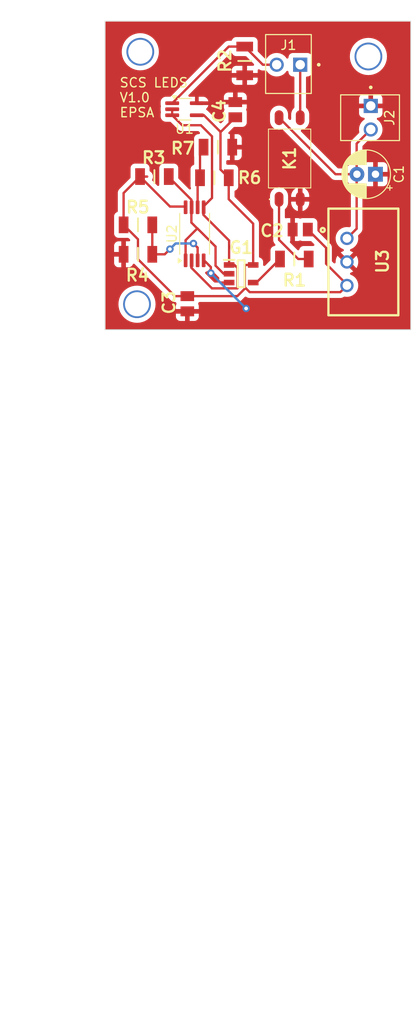
<source format=kicad_pcb>
(kicad_pcb (version 20240108) (generator "pcbnew") (generator_version "8.0")
  (layers (0 "F.Cu" signal) (31 "B.Cu" signal) (34 "B.Paste" user) (35 "F.Paste" user) (36 "B.SilkS" user "B.Silkscreen") (37 "F.SilkS" user "F.Silkscreen") (38 "B.Mask" user) (39 "F.Mask" user) (44 "Edge.Cuts" user))
  (net 0 "")
  (net 1 "+5V")
  (net 2 "/LED_On")
  (net 3 "GND")
  (net 4 "Net-(G1-Y)")
  (net 5 "+12V")
  (net 6 "/SCS_Failure")
  (net 7 "/Raw_LED_On")
  (net 8 "/LED_Power")
  (net 9 "Net-(K1-+_CONTROL)")
  (net 10 "/0.75V")
  (net 11 "/4.25V")
  (footprint "Package_SO:TSSOP-8_4.4x3mm_P0.65mm" (layer "F.Cu") (at 77.495 70.9426 90)
    (property "Reference" "U2" (at 0 -2.45 -90) (layer "F.SilkS"))
    (property "Value" "Opamp_Dual")
    (fp_line (start 0 -1.61) (end 2.2 -1.61) (stroke (width 0.12)) (layer "F.SilkS"))
    (fp_line (start 0 -1.61) (end -2.2 -1.61) (stroke (width 0.12)) (layer "F.SilkS"))
    (fp_line (start 0 1.61) (end 2.2 1.61) (stroke (width 0.12)) (layer "F.SilkS"))
    (fp_line (start 0 1.61) (end -2.2 1.61) (stroke (width 0.12)) (layer "F.SilkS"))
    (fp_poly (pts (xy -2.9 -1.435) (xy -3.14 -1.765) (xy -2.66 -1.765) (xy -2.9 -1.435)) (stroke (width 0.12)) (fill solid) (layer "F.SilkS"))
    (pad "1" smd roundrect (at -2.8625 -0.975 90) (size 1.475 0.4) (layers "F.Cu" "F.Paste" "F.Mask") (net 6 "/SCS_Failure"))
    (pad "2" smd roundrect (at -2.8625 -0.325 90) (size 1.475 0.4) (layers "F.Cu" "F.Paste" "F.Mask") (net 2 "/LED_On"))
    (pad "3" smd roundrect (at -2.8625 0.325 90) (size 1.475 0.4) (layers "F.Cu" "F.Paste" "F.Mask") (net 10 "/0.75V"))
    (pad "4" smd roundrect (at -2.8625 0.975 90) (size 1.475 0.4) (layers "F.Cu" "F.Paste" "F.Mask") (net 3 "GND"))
    (pad "5" smd roundrect (at 2.8625 0.975 90) (size 1.475 0.4) (layers "F.Cu" "F.Paste" "F.Mask") (net 2 "/LED_On"))
    (pad "6" smd roundrect (at 2.8625 0.325 90) (size 1.475 0.4) (layers "F.Cu" "F.Paste" "F.Mask") (net 11 "/4.25V"))
    (pad "7" smd roundrect (at 2.8625 -0.325 90) (size 1.475 0.4) (layers "F.Cu" "F.Paste" "F.Mask") (net 6 "/SCS_Failure"))
    (pad "8" smd roundrect (at 2.8625 -0.975 90) (size 1.475 0.4) (layers "F.Cu" "F.Paste" "F.Mask") (net 1 "+5V"))
  )
  (footprint "EPSA_lib:RESC3216X70N" (layer "F.Cu") (at 88.265 73.66 180)
    (property "Reference" "R1" (at -0.011901 -2.286 180) (layer "F.SilkS") (effects (font (size 1.27 1.27) (thickness 0.254))))
    (property "Value" "2k2" (hide yes))
    (fp_line (start 0 -0.7) (end 0 0.7) (stroke (width 0.2)) (layer "F.SilkS"))
    (pad "1" smd rect (at -1.55 0 180) (size 1.05 1.8) (layers "F.Cu" "F.Paste" "F.Mask") (net 9 "Net-(K1-+_CONTROL)"))
    (pad "2" smd rect (at 1.55 0 180) (size 1.05 1.8) (layers "F.Cu" "F.Paste" "F.Mask") (net 4 "Net-(G1-Y)"))
  )
  (footprint "Capacitor_THT:CP_Radial_D5.0mm_P2.00mm" (layer "F.Cu") (at 97.028 64.516 180)
    (property "Reference" "C1" (at -2.54 0 -90) (layer "F.SilkS"))
    (property "Value" "C")
    (fp_line (start 3.601 -0.284) (end 3.601 0.284) (stroke (width 0.12)) (layer "F.SilkS"))
    (fp_line (start 3.561 -0.518) (end 3.561 0.518) (stroke (width 0.12)) (layer "F.SilkS"))
    (fp_line (start 3.521 -0.677) (end 3.521 0.677) (stroke (width 0.12)) (layer "F.SilkS"))
    (fp_line (start 3.481 -0.805) (end 3.481 0.805) (stroke (width 0.12)) (layer "F.SilkS"))
    (fp_line (start 3.441 -0.915) (end 3.441 0.915) (stroke (width 0.12)) (layer "F.SilkS"))
    (fp_line (start 3.401 -1.011) (end 3.401 1.011) (stroke (width 0.12)) (layer "F.SilkS"))
    (fp_line (start 3.361 -1.098) (end 3.361 1.098) (stroke (width 0.12)) (layer "F.SilkS"))
    (fp_line (start 3.321 -1.178) (end 3.321 1.178) (stroke (width 0.12)) (layer "F.SilkS"))
    (fp_line (start 3.281 -1.251) (end 3.281 1.251) (stroke (width 0.12)) (layer "F.SilkS"))
    (fp_line (start 3.241 -1.319) (end 3.241 1.319) (stroke (width 0.12)) (layer "F.SilkS"))
    (fp_line (start 3.201 -1.383) (end 3.201 1.383) (stroke (width 0.12)) (layer "F.SilkS"))
    (fp_line (start 3.161 -1.443) (end 3.161 1.443) (stroke (width 0.12)) (layer "F.SilkS"))
    (fp_line (start 3.121 -1.5) (end 3.121 1.5) (stroke (width 0.12)) (layer "F.SilkS"))
    (fp_line (start 3.081 -1.554) (end 3.081 1.554) (stroke (width 0.12)) (layer "F.SilkS"))
    (fp_line (start 3.041 -1.605) (end 3.041 1.605) (stroke (width 0.12)) (layer "F.SilkS"))
    (fp_line (start 3.001 1.04) (end 3.001 1.653) (stroke (width 0.12)) (layer "F.SilkS"))
    (fp_line (start 3.001 -1.653) (end 3.001 -1.04) (stroke (width 0.12)) (layer "F.SilkS"))
    (fp_line (start 2.961 1.04) (end 2.961 1.699) (stroke (width 0.12)) (layer "F.SilkS"))
    (fp_line (start 2.961 -1.699) (end 2.961 -1.04) (stroke (width 0.12)) (layer "F.SilkS"))
    (fp_line (start 2.921 1.04) (end 2.921 1.743) (stroke (width 0.12)) (layer "F.SilkS"))
    (fp_line (start 2.921 -1.743) (end 2.921 -1.04) (stroke (width 0.12)) (layer "F.SilkS"))
    (fp_line (start 2.881 1.04) (end 2.881 1.785) (stroke (width 0.12)) (layer "F.SilkS"))
    (fp_line (start 2.881 -1.785) (end 2.881 -1.04) (stroke (width 0.12)) (layer "F.SilkS"))
    (fp_line (start 2.841 1.04) (end 2.841 1.826) (stroke (width 0.12)) (layer "F.SilkS"))
    (fp_line (start 2.841 -1.826) (end 2.841 -1.04) (stroke (width 0.12)) (layer "F.SilkS"))
    (fp_line (start 2.801 1.04) (end 2.801 1.864) (stroke (width 0.12)) (layer "F.SilkS"))
    (fp_line (start 2.801 -1.864) (end 2.801 -1.04) (stroke (width 0.12)) (layer "F.SilkS"))
    (fp_line (start 2.761 1.04) (end 2.761 1.901) (stroke (width 0.12)) (layer "F.SilkS"))
    (fp_line (start 2.761 -1.901) (end 2.761 -1.04) (stroke (width 0.12)) (layer "F.SilkS"))
    (fp_line (start 2.721 1.04) (end 2.721 1.937) (stroke (width 0.12)) (layer "F.SilkS"))
    (fp_line (start 2.721 -1.937) (end 2.721 -1.04) (stroke (width 0.12)) (layer "F.SilkS"))
    (fp_line (start 2.681 1.04) (end 2.681 1.971) (stroke (width 0.12)) (layer "F.SilkS"))
    (fp_line (start 2.681 -1.971) (end 2.681 -1.04) (stroke (width 0.12)) (layer "F.SilkS"))
    (fp_line (start 2.641 1.04) (end 2.641 2.004) (stroke (width 0.12)) (layer "F.SilkS"))
    (fp_line (start 2.641 -2.004) (end 2.641 -1.04) (stroke (width 0.12)) (layer "F.SilkS"))
    (fp_line (start 2.601 1.04) (end 2.601 2.035) (stroke (width 0.12)) (layer "F.SilkS"))
    (fp_line (start 2.601 -2.035) (end 2.601 -1.04) (stroke (width 0.12)) (layer "F.SilkS"))
    (fp_line (start 2.561 1.04) (end 2.561 2.065) (stroke (width 0.12)) (layer "F.SilkS"))
    (fp_line (start 2.561 -2.065) (end 2.561 -1.04) (stroke (width 0.12)) (layer "F.SilkS"))
    (fp_line (start 2.521 1.04) (end 2.521 2.095) (stroke (width 0.12)) (layer "F.SilkS"))
    (fp_line (start 2.521 -2.095) (end 2.521 -1.04) (stroke (width 0.12)) (layer "F.SilkS"))
    (fp_line (start 2.481 1.04) (end 2.481 2.122) (stroke (width 0.12)) (layer "F.SilkS"))
    (fp_line (start 2.481 -2.122) (end 2.481 -1.04) (stroke (width 0.12)) (layer "F.SilkS"))
    (fp_line (start 2.441 1.04) (end 2.441 2.149) (stroke (width 0.12)) (layer "F.SilkS"))
    (fp_line (start 2.441 -2.149) (end 2.441 -1.04) (stroke (width 0.12)) (layer "F.SilkS"))
    (fp_line (start 2.401 1.04) (end 2.401 2.175) (stroke (width 0.12)) (layer "F.SilkS"))
    (fp_line (start 2.401 -2.175) (end 2.401 -1.04) (stroke (width 0.12)) (layer "F.SilkS"))
    (fp_line (start 2.361 1.04) (end 2.361 2.2) (stroke (width 0.12)) (layer "F.SilkS"))
    (fp_line (start 2.361 -2.2) (end 2.361 -1.04) (stroke (width 0.12)) (layer "F.SilkS"))
    (fp_line (start 2.321 1.04) (end 2.321 2.224) (stroke (width 0.12)) (layer "F.SilkS"))
    (fp_line (start 2.321 -2.224) (end 2.321 -1.04) (stroke (width 0.12)) (layer "F.SilkS"))
    (fp_line (start 2.281 1.04) (end 2.281 2.247) (stroke (width 0.12)) (layer "F.SilkS"))
    (fp_line (start 2.281 -2.247) (end 2.281 -1.04) (stroke (width 0.12)) (layer "F.SilkS"))
    (fp_line (start 2.241 1.04) (end 2.241 2.268) (stroke (width 0.12)) (layer "F.SilkS"))
    (fp_line (start 2.241 -2.268) (end 2.241 -1.04) (stroke (width 0.12)) (layer "F.SilkS"))
    (fp_line (start 2.201 1.04) (end 2.201 2.29) (stroke (width 0.12)) (layer "F.SilkS"))
    (fp_line (start 2.201 -2.29) (end 2.201 -1.04) (stroke (width 0.12)) (layer "F.SilkS"))
    (fp_line (start 2.161 1.04) (end 2.161 2.31) (stroke (width 0.12)) (layer "F.SilkS"))
    (fp_line (start 2.161 -2.31) (end 2.161 -1.04) (stroke (width 0.12)) (layer "F.SilkS"))
    (fp_line (start 2.121 1.04) (end 2.121 2.329) (stroke (width 0.12)) (layer "F.SilkS"))
    (fp_line (start 2.121 -2.329) (end 2.121 -1.04) (stroke (width 0.12)) (layer "F.SilkS"))
    (fp_line (start 2.081 1.04) (end 2.081 2.348) (stroke (width 0.12)) (layer "F.SilkS"))
    (fp_line (start 2.081 -2.348) (end 2.081 -1.04) (stroke (width 0.12)) (layer "F.SilkS"))
    (fp_line (start 2.041 1.04) (end 2.041 2.365) (stroke (width 0.12)) (layer "F.SilkS"))
    (fp_line (start 2.041 -2.365) (end 2.041 -1.04) (stroke (width 0.12)) (layer "F.SilkS"))
    (fp_line (start 2.001 1.04) (end 2.001 2.382) (stroke (width 0.12)) (layer "F.SilkS"))
    (fp_line (start 2.001 -2.382) (end 2.001 -1.04) (stroke (width 0.12)) (layer "F.SilkS"))
    (fp_line (start 1.961 1.04) (end 1.961 2.398) (stroke (width 0.12)) (layer "F.SilkS"))
    (fp_line (start 1.961 -2.398) (end 1.961 -1.04) (stroke (width 0.12)) (layer "F.SilkS"))
    (fp_line (start 1.921 1.04) (end 1.921 2.414) (stroke (width 0.12)) (layer "F.SilkS"))
    (fp_line (start 1.921 -2.414) (end 1.921 -1.04) (stroke (width 0.12)) (layer "F.SilkS"))
    (fp_line (start 1.881 1.04) (end 1.881 2.428) (stroke (width 0.12)) (layer "F.SilkS"))
    (fp_line (start 1.881 -2.428) (end 1.881 -1.04) (stroke (width 0.12)) (layer "F.SilkS"))
    (fp_line (start 1.841 1.04) (end 1.841 2.442) (stroke (width 0.12)) (layer "F.SilkS"))
    (fp_line (start 1.841 -2.442) (end 1.841 -1.04) (stroke (width 0.12)) (layer "F.SilkS"))
    (fp_line (start 1.801 1.04) (end 1.801 2.455) (stroke (width 0.12)) (layer "F.SilkS"))
    (fp_line (start 1.801 -2.455) (end 1.801 -1.04) (stroke (width 0.12)) (layer "F.SilkS"))
    (fp_line (start 1.761 1.04) (end 1.761 2.468) (stroke (width 0.12)) (layer "F.SilkS"))
    (fp_line (start 1.761 -2.468) (end 1.761 -1.04) (stroke (width 0.12)) (layer "F.SilkS"))
    (fp_line (start 1.721 1.04) (end 1.721 2.48) (stroke (width 0.12)) (layer "F.SilkS"))
    (fp_line (start 1.721 -2.48) (end 1.721 -1.04) (stroke (width 0.12)) (layer "F.SilkS"))
    (fp_line (start 1.68 1.04) (end 1.68 2.491) (stroke (width 0.12)) (layer "F.SilkS"))
    (fp_line (start 1.68 -2.491) (end 1.68 -1.04) (stroke (width 0.12)) (layer "F.SilkS"))
    (fp_line (start 1.64 1.04) (end 1.64 2.501) (stroke (width 0.12)) (layer "F.SilkS"))
    (fp_line (start 1.64 -2.501) (end 1.64 -1.04) (stroke (width 0.12)) (layer "F.SilkS"))
    (fp_line (start 1.6 1.04) (end 1.6 2.511) (stroke (width 0.12)) (layer "F.SilkS"))
    (fp_line (start 1.6 -2.511) (end 1.6 -1.04) (stroke (width 0.12)) (layer "F.SilkS"))
    (fp_line (start 1.56 1.04) (end 1.56 2.52) (stroke (width 0.12)) (layer "F.SilkS"))
    (fp_line (start 1.56 -2.52) (end 1.56 -1.04) (stroke (width 0.12)) (layer "F.SilkS"))
    (fp_line (start 1.52 1.04) (end 1.52 2.528) (stroke (width 0.12)) (layer "F.SilkS"))
    (fp_line (start 1.52 -2.528) (end 1.52 -1.04) (stroke (width 0.12)) (layer "F.SilkS"))
    (fp_line (start 1.48 1.04) (end 1.48 2.536) (stroke (width 0.12)) (layer "F.SilkS"))
    (fp_line (start 1.48 -2.536) (end 1.48 -1.04) (stroke (width 0.12)) (layer "F.SilkS"))
    (fp_line (start 1.44 1.04) (end 1.44 2.543) (stroke (width 0.12)) (layer "F.SilkS"))
    (fp_line (start 1.44 -2.543) (end 1.44 -1.04) (stroke (width 0.12)) (layer "F.SilkS"))
    (fp_line (start 1.4 1.04) (end 1.4 2.55) (stroke (width 0.12)) (layer "F.SilkS"))
    (fp_line (start 1.4 -2.55) (end 1.4 -1.04) (stroke (width 0.12)) (layer "F.SilkS"))
    (fp_line (start 1.36 1.04) (end 1.36 2.556) (stroke (width 0.12)) (layer "F.SilkS"))
    (fp_line (start 1.36 -2.556) (end 1.36 -1.04) (stroke (width 0.12)) (layer "F.SilkS"))
    (fp_line (start 1.32 1.04) (end 1.32 2.561) (stroke (width 0.12)) (layer "F.SilkS"))
    (fp_line (start 1.32 -2.561) (end 1.32 -1.04) (stroke (width 0.12)) (layer "F.SilkS"))
    (fp_line (start 1.28 1.04) (end 1.28 2.565) (stroke (width 0.12)) (layer "F.SilkS"))
    (fp_line (start 1.28 -2.565) (end 1.28 -1.04) (stroke (width 0.12)) (layer "F.SilkS"))
    (fp_line (start 1.24 1.04) (end 1.24 2.569) (stroke (width 0.12)) (layer "F.SilkS"))
    (fp_line (start 1.24 -2.569) (end 1.24 -1.04) (stroke (width 0.12)) (layer "F.SilkS"))
    (fp_line (start 1.2 1.04) (end 1.2 2.573) (stroke (width 0.12)) (layer "F.SilkS"))
    (fp_line (start 1.2 -2.573) (end 1.2 -1.04) (stroke (width 0.12)) (layer "F.SilkS"))
    (fp_line (start 1.16 1.04) (end 1.16 2.576) (stroke (width 0.12)) (layer "F.SilkS"))
    (fp_line (start 1.16 -2.576) (end 1.16 -1.04) (stroke (width 0.12)) (layer "F.SilkS"))
    (fp_line (start 1.12 1.04) (end 1.12 2.578) (stroke (width 0.12)) (layer "F.SilkS"))
    (fp_line (start 1.12 -2.578) (end 1.12 -1.04) (stroke (width 0.12)) (layer "F.SilkS"))
    (fp_line (start 1.08 1.04) (end 1.08 2.579) (stroke (width 0.12)) (layer "F.SilkS"))
    (fp_line (start 1.08 -2.579) (end 1.08 -1.04) (stroke (width 0.12)) (layer "F.SilkS"))
    (fp_line (start 1.04 1.04) (end 1.04 2.58) (stroke (width 0.12)) (layer "F.SilkS"))
    (fp_line (start 1.04 -2.58) (end 1.04 -1.04) (stroke (width 0.12)) (layer "F.SilkS"))
    (fp_line (start 1 1.04) (end 1 2.58) (stroke (width 0.12)) (layer "F.SilkS"))
    (fp_line (start 1 -2.58) (end 1 -1.04) (stroke (width 0.12)) (layer "F.SilkS"))
    (fp_line (start -1.554775 -1.725) (end -1.554775 -1.225) (stroke (width 0.12)) (layer "F.SilkS"))
    (fp_line (start -1.804775 -1.475) (end -1.304775 -1.475) (stroke (width 0.12)) (layer "F.SilkS"))
    (fp_circle (center 1 0) (end 3.62 0) (stroke (width 0.12)) (fill none) (layer "F.SilkS"))
    (pad "1" thru_hole rect (at 0 0 180) (size 1.6 1.6) (drill 0.8) (layers "*.Cu" "*.Mask") (net 3 "GND"))
    (pad "2" thru_hole circle (at 2 0 180) (size 1.6 1.6) (drill 0.8) (layers "*.Cu" "*.Mask") (net 5 "+12V"))
  )
  (footprint "EPSA_lib:RESC3216X70N" (layer "F.Cu") (at 73.152 64.77)
    (property "Reference" "R3" (at -0.0762 -2.032 0) (layer "F.SilkS") (effects (font (size 1.27 1.27) (thickness 0.254))))
    (property "Value" "10k" (hide yes))
    (fp_line (start 0 -0.7) (end 0 0.7) (stroke (width 0.2)) (layer "F.SilkS"))
    (pad "1" smd rect (at -1.55 0) (size 1.05 1.8) (layers "F.Cu" "F.Paste" "F.Mask") (net 1 "+5V"))
    (pad "2" smd rect (at 1.55 0) (size 1.05 1.8) (layers "F.Cu" "F.Paste" "F.Mask") (net 6 "/SCS_Failure"))
  )
  (footprint "EPSA_lib:CPC1394GR" (layer "F.Cu") (at 87.757 62.82)
    (property "Reference" "K1" (at 0 0 90) (layer "F.SilkS") (effects (font (size 1.27 1.27) (thickness 0.254))))
    (property "Value" "SSR CPC1394GR" (hide yes))
    (fp_line (start -2.286 -3.175) (end 2.286 -3.175) (stroke (width 0.1)) (layer "F.SilkS"))
    (fp_line (start -2.286 3.175) (end -2.286 -3.175) (stroke (width 0.1)) (layer "F.SilkS"))
    (fp_line (start -2.2 4.4) (end -2.2 4.4) (stroke (width 0.1)) (layer "F.SilkS"))
    (fp_line (start -2.1 4.4) (end -2.1 4.4) (stroke (width 0.1)) (layer "F.SilkS"))
    (fp_line (start 2.286 -3.175) (end 2.286 3.175) (stroke (width 0.1)) (layer "F.SilkS"))
    (fp_line (start 2.286 3.175) (end -2.286 3.175) (stroke (width 0.1)) (layer "F.SilkS"))
    (fp_arc (start -2.2 4.4) (mid -2.15 4.35) (end -2.1 4.4) (stroke (width 0.1)) (layer "F.SilkS"))
    (fp_arc (start -2.1 4.4) (mid -2.15 4.45) (end -2.2 4.4) (stroke (width 0.1)) (layer "F.SilkS"))
    (pad "1" smd oval (at -1.143 4.4) (size 0.95 1.6) (layers "F.Cu" "F.Paste" "F.Mask") (net 9 "Net-(K1-+_CONTROL)"))
    (pad "2" smd oval (at 1.143 4.4) (size 0.95 1.6) (layers "F.Cu" "F.Paste" "F.Mask") (net 3 "GND"))
    (pad "3" smd oval (at 1.143 -4.4) (size 0.95 1.6) (layers "F.Cu" "F.Paste" "F.Mask") (net 8 "/LED_Power"))
    (pad "4" smd oval (at -1.143 -4.4) (size 0.95 1.6) (layers "F.Cu" "F.Paste" "F.Mask") (net 5 "+12V"))
  )
  (footprint "EPSA_lib:SOT95P280X145-5N" (layer "F.Cu") (at 82.52 75.25)
    (property "Reference" "G1" (at 0 -2.821039 0) (layer "F.SilkS") (effects (font (size 1.27 1.27) (thickness 0.254))))
    (property "Value" "Gate OR SN74AHCT1G32DBVR" (hide yes))
    (fp_line (start -1.875 -1.5) (end -0.725 -1.5) (stroke (width 0.2)) (layer "F.SilkS"))
    (fp_line (start -0.375 -1.45) (end 0.375 -1.45) (stroke (width 0.2)) (layer "F.SilkS"))
    (fp_line (start -0.375 1.45) (end -0.375 -1.45) (stroke (width 0.2)) (layer "F.SilkS"))
    (fp_line (start 0.375 -1.45) (end 0.375 1.45) (stroke (width 0.2)) (layer "F.SilkS"))
    (fp_line (start 0.375 1.45) (end -0.375 1.45) (stroke (width 0.2)) (layer "F.SilkS"))
    (pad "1" smd rect (at -1.3 -0.95 90) (size 0.6 1.15) (layers "F.Cu" "F.Paste" "F.Mask") (net 2 "/LED_On"))
    (pad "2" smd rect (at -1.3 0 90) (size 0.6 1.15) (layers "F.Cu" "F.Paste" "F.Mask") (net 6 "/SCS_Failure"))
    (pad "3" smd rect (at -1.3 0.95 90) (size 0.6 1.15) (layers "F.Cu" "F.Paste" "F.Mask") (net 3 "GND"))
    (pad "4" smd rect (at 1.3 0.95 90) (size 0.6 1.15) (layers "F.Cu" "F.Paste" "F.Mask") (net 4 "Net-(G1-Y)"))
    (pad "5" smd rect (at 1.3 -0.95 90) (size 0.6 1.15) (layers "F.Cu" "F.Paste" "F.Mask") (net 1 "+5V"))
  )
  (footprint "EPSA_lib:MOLEX_22-11-2022" (layer "F.Cu") (at 88.9 52.705 180)
    (property "Reference" "J1" (at 1.27 2.1082 0) (layer "F.SilkS"))
    (property "Value" "2P Droit 2-11-2022" (hide yes))
    (fp_line (start 3.735 3.25) (end -1.195 3.25) (stroke (width 0.127)) (layer "F.SilkS"))
    (fp_line (start 3.735 -3.1) (end 3.735 3.25) (stroke (width 0.127)) (layer "F.SilkS"))
    (fp_line (start -1.195 3.25) (end -1.195 -3.1) (stroke (width 0.127)) (layer "F.SilkS"))
    (fp_line (start -1.195 -3.1) (end 3.735 -3.1) (stroke (width 0.127)) (layer "F.SilkS"))
    (fp_circle (center -2 0) (end -1.9 0) (stroke (width 0.2)) (fill none) (layer "F.SilkS"))
    (pad "1" thru_hole rect (at 0 0 180) (size 1.53 1.53) (drill 1.02) (layers "*.Cu" "*.Mask") (net 8 "/LED_Power"))
    (pad "2" thru_hole circle (at 2.54 0 180) (size 1.53 1.53) (drill 1.02) (layers "*.Cu" "*.Mask") (net 7 "/Raw_LED_On"))
  )
  (footprint "EPSA_lib:CAPC2012X130N" (layer "F.Cu") (at 81.8896 57.5564 -90)
    (property "Reference" "C4" (at 0.1524 1.7272 90) (layer "F.SilkS") (effects (font (size 1.27 1.27) (thickness 0.254))))
    (property "Value" "10n" (hide yes))
    (pad "1" smd rect (at -0.82 0 270) (size 1.07 1.47) (layers "F.Cu" "F.Paste" "F.Mask") (net 3 "GND"))
    (pad "2" smd rect (at 0.82 0 270) (size 1.07 1.47) (layers "F.Cu" "F.Paste" "F.Mask") (net 1 "+5V"))
  )
  (footprint "EPSA_lib:RESC3216X70N" (layer "F.Cu") (at 71.374 73.152)
    (property "Reference" "R5" (at -0.011901 -5.08 0) (layer "F.SilkS") (effects (font (size 1.27 1.27) (thickness 0.254))))
    (property "Value" "12k" (hide yes))
    (fp_line (start 0 -0.7) (end 0 0.7) (stroke (width 0.2)) (layer "F.SilkS"))
    (pad "1" smd rect (at -1.55 0) (size 1.05 1.8) (layers "F.Cu" "F.Paste" "F.Mask") (net 3 "GND"))
    (pad "2" smd rect (at 1.55 0) (size 1.05 1.8) (layers "F.Cu" "F.Paste" "F.Mask") (net 10 "/0.75V"))
  )
  (footprint "" (layer "F.Cu") (at 71.628 51.308)
    (property "Reference" "" (at 0 0 0) (layer "F.SilkS") (effects (font (size 1.27 1.27))))
    (property "Value" "")
    (pad "1" thru_hole circle (at 0 0) (size 3 3) (drill 2.6) (layers "*.Cu" "*.Mask"))
  )
  (footprint "" (layer "F.Cu") (at 96.266 51.816)
    (property "Reference" "" (at 0 0 0) (layer "F.SilkS") (effects (font (size 1.27 1.27))))
    (property "Value" "")
    (pad "1" thru_hole circle (at 0 0) (size 3 3) (drill 2.6) (layers "*.Cu" "*.Mask"))
  )
  (footprint "EPSA_lib:RESC3216X70N" (layer "F.Cu") (at 71.374 69.977 180)
    (property "Reference" "R4" (at 0.0508 -5.4356 180) (layer "F.SilkS") (effects (font (size 1.27 1.27) (thickness 0.254))))
    (property "Value" "82k" (hide yes))
    (fp_line (start 0 -0.7) (end 0 0.7) (stroke (width 0.2)) (layer "F.SilkS"))
    (pad "1" smd rect (at -1.55 0 180) (size 1.05 1.8) (layers "F.Cu" "F.Paste" "F.Mask") (net 10 "/0.75V"))
    (pad "2" smd rect (at 1.55 0 180) (size 1.05 1.8) (layers "F.Cu" "F.Paste" "F.Mask") (net 1 "+5V"))
  )
  (footprint "EPSA_lib:CAPC2012X130N" (layer "F.Cu") (at 76.708 78.486 90)
    (property "Reference" "C3" (at 0.127 -1.9812 -90) (layer "F.SilkS") (effects (font (size 1.27 1.27) (thickness 0.254))))
    (property "Value" "10n" (hide yes))
    (pad "1" smd rect (at -0.82 0 90) (size 1.07 1.47) (layers "F.Cu" "F.Paste" "F.Mask") (net 3 "GND"))
    (pad "2" smd rect (at 0.82 0 90) (size 1.07 1.47) (layers "F.Cu" "F.Paste" "F.Mask") (net 1 "+5V"))
  )
  (footprint "EPSA_lib:RESC3216X70N" (layer "F.Cu") (at 80.01 61.595 180)
    (property "Reference" "R7" (at 3.81 -0.127 180) (layer "F.SilkS") (effects (font (size 1.27 1.27) (thickness 0.254))))
    (property "Value" "82k" (hide yes))
    (fp_line (start 0 -0.7) (end 0 0.7) (stroke (width 0.2)) (layer "F.SilkS"))
    (pad "1" smd rect (at -1.55 0 180) (size 1.05 1.8) (layers "F.Cu" "F.Paste" "F.Mask") (net 3 "GND"))
    (pad "2" smd rect (at 1.55 0 180) (size 1.05 1.8) (layers "F.Cu" "F.Paste" "F.Mask") (net 11 "/4.25V"))
  )
  (footprint "EPSA_lib:CAPC2012X130N" (layer "F.Cu") (at 88.9 70.485)
    (property "Reference" "C2" (at -3.048 0.127 0) (layer "F.SilkS") (effects (font (size 1.27 1.27) (thickness 0.254))))
    (property "Value" "10n" (hide yes))
    (pad "1" smd rect (at -0.82 0) (size 1.07 1.47) (layers "F.Cu" "F.Paste" "F.Mask") (net 3 "GND"))
    (pad "2" smd rect (at 0.82 0) (size 1.07 1.47) (layers "F.Cu" "F.Paste" "F.Mask") (net 1 "+5V"))
  )
  (footprint "EPSA_lib:MOLEX_22-11-2022" (layer "F.Cu") (at 96.52 57.15 -90)
    (property "Reference" "J2" (at 1.27 -2.032 90) (layer "F.SilkS"))
    (property "Value" "2P Droit 2-11-2022" (hide yes))
    (fp_line (start -1.195 3.25) (end -1.195 -3.1) (stroke (width 0.127)) (layer "F.SilkS"))
    (fp_line (start 3.735 3.25) (end -1.195 3.25) (stroke (width 0.127)) (layer "F.SilkS"))
    (fp_line (start -1.195 -3.1) (end 3.735 -3.1) (stroke (width 0.127)) (layer "F.SilkS"))
    (fp_line (start 3.735 -3.1) (end 3.735 3.25) (stroke (width 0.127)) (layer "F.SilkS"))
    (fp_circle (center -2 0) (end -1.9 0) (stroke (width 0.2)) (fill none) (layer "F.SilkS"))
    (pad "1" thru_hole rect (at 0 0 270) (size 1.53 1.53) (drill 1.02) (layers "*.Cu" "*.Mask") (net 3 "GND"))
    (pad "2" thru_hole circle (at 2.54 0 270) (size 1.53 1.53) (drill 1.02) (layers "*.Cu" "*.Mask") (net 5 "+12V"))
  )
  (footprint "EPSA_lib:RESC3216X70N" (layer "F.Cu") (at 82.9056 52.2986 -90)
    (property "Reference" "R2" (at -0.011901 2.1336 90) (layer "F.SilkS") (effects (font (size 1.27 1.27) (thickness 0.254))))
    (property "Value" "500k" (hide yes))
    (fp_line (start 0 -0.7) (end 0 0.7) (stroke (width 0.2)) (layer "F.SilkS"))
    (pad "1" smd rect (at -1.55 0 270) (size 1.05 1.8) (layers "F.Cu" "F.Paste" "F.Mask") (net 7 "/Raw_LED_On"))
    (pad "2" smd rect (at 1.55 0 270) (size 1.05 1.8) (layers "F.Cu" "F.Paste" "F.Mask") (net 3 "GND"))
  )
  (footprint "EPSA_lib:RESC3216X70N" (layer "F.Cu") (at 79.629 64.897)
    (property "Reference" "R6" (at 3.81 0 0) (layer "F.SilkS") (effects (font (size 1.27 1.27) (thickness 0.254))))
    (property "Value" "12k" (hide yes))
    (fp_line (start 0 -0.7) (end 0 0.7) (stroke (width 0.2)) (layer "F.SilkS"))
    (pad "1" smd rect (at -1.55 0) (size 1.05 1.8) (layers "F.Cu" "F.Paste" "F.Mask") (net 11 "/4.25V"))
    (pad "2" smd rect (at 1.55 0) (size 1.05 1.8) (layers "F.Cu" "F.Paste" "F.Mask") (net 1 "+5V"))
  )
  (footprint "EPSA_lib:TSR-0.5-2433" (layer "F.Cu") (at 91.948 68.2255 -90)
    (property "Reference" "U3" (at 5.6885 -5.842 90) (layer "F.SilkS") (effects (font (size 1.27 1.27) (thickness 0.254))))
    (property "Value" "Alim LP TSR_0.5-2450" (hide yes))
    (fp_line (start 0 0) (end 11.5 0) (stroke (width 0.254)) (layer "F.SilkS"))
    (fp_line (start 11.5 0) (end 11.5 -7.55) (stroke (width 0.254)) (layer "F.SilkS"))
    (fp_line (start 0 -7.55) (end 0 0) (stroke (width 0.254)) (layer "F.SilkS"))
    (fp_line (start 11.5 -7.55) (end 0 -7.55) (stroke (width 0.254)) (layer "F.SilkS"))
    (fp_circle (center 2.306 0.613) (end 2.306 0.702) (stroke (width 0.254)) (fill none) (layer "F.SilkS"))
    (pad "1" thru_hole circle (at 3.21 -2 270) (size 1.44 1.44) (drill 0.94) (layers "*.Cu" "*.Mask") (net 5 "+12V"))
    (pad "2" thru_hole circle (at 5.75 -2 270) (size 1.44 1.44) (drill 0.94) (layers "*.Cu" "*.Mask") (net 3 "GND"))
    (pad "3" thru_hole circle (at 8.29 -2 270) (size 1.44 1.44) (drill 0.94) (layers "*.Cu" "*.Mask") (net 1 "+5V"))
  )
  (footprint "" (layer "F.Cu") (at 71.2724 78.5368)
    (property "Reference" "" (at 0 0 0) (layer "F.SilkS") (effects (font (size 1.27 1.27))))
    (property "Value" "")
    (pad "1" thru_hole circle (at 0 0) (size 3 3) (drill 2.6) (layers "*.Cu" "*.Mask"))
  )
  (footprint "Package_TO_SOT_SMD:SOT-353_SC-70-5_Handsoldering" (layer "F.Cu") (at 76.4032 57.5056)
    (property "Reference" "U1" (at 0 2.1336 0) (layer "F.SilkS"))
    (property "Value" "~")
    (fp_line (start -0.71 -1.16) (end 0.7 -1.16) (stroke (width 0.12)) (layer "F.SilkS"))
    (fp_line (start -0.7 1.16) (end 0.7 1.16) (stroke (width 0.12)) (layer "F.SilkS"))
    (fp_poly (pts (xy -1.08 -1.11) (xy -1.32 -1.44) (xy -0.84 -1.44) (xy -1.08 -1.11)) (stroke (width 0.12)) (fill solid) (layer "F.SilkS"))
    (pad "1" smd roundrect (at -1.33 -0.65) (size 1.5 0.4) (layers "F.Cu" "F.Paste" "F.Mask") (net 7 "/Raw_LED_On"))
    (pad "2" smd roundrect (at -1.33 0) (size 1.5 0.4) (layers "F.Cu" "F.Paste" "F.Mask") (net 2 "/LED_On"))
    (pad "3" smd roundrect (at -1.33 0.65) (size 1.5 0.4) (layers "F.Cu" "F.Paste" "F.Mask") (net 2 "/LED_On"))
    (pad "4" smd roundrect (at 1.33 0.65) (size 1.5 0.4) (layers "F.Cu" "F.Paste" "F.Mask") (net 1 "+5V"))
    (pad "5" smd roundrect (at 1.33 -0.65) (size 1.5 0.4) (layers "F.Cu" "F.Paste" "F.Mask") (net 3 "GND"))
  )
  (gr_rect (start 67.818 48.006) (end 100.838 81.28) (stroke (width 0.1)) (fill none) (layer "Edge.Cuts"))
  (gr_text "SCS LEDS\nV1.0\nEPSA" (at 69.3166 58.4454 0) (layer "F.SilkS") (effects (font (size 1 1)) (justify left bottom)))
  (segment (start 78.501 58.1556) (end 80.29 59.9446) (width 0.25) (layer "F.Cu") (net 1))
  (segment (start 83.445799 77.235499) (end 93.228001 77.235499) (width 0.25) (layer "F.Cu") (net 1))
  (segment (start 71.374 73.677) (end 71.374 71.527) (width 0.25) (layer "F.Cu") (net 1))
  (segment (start 83.82 74.3) (end 83.3692 74.3) (width 0.25) (layer "F.Cu") (net 1))
  (segment (start 82.9183 76.708) (end 83.445799 77.235499) (width 0.25) (layer "F.Cu") (net 1))
  (segment (start 80.29 59.976) (end 81.8896 58.3764) (width 0.25) (layer "F.Cu") (net 1))
  (segment (start 74.8355 68.0035) (end 76.495 68.0035) (width 0.25) (layer "F.Cu") (net 1))
  (segment (start 71.374 71.527) (end 69.824 69.977) (width 0.25) (layer "F.Cu") (net 1))
  (segment (start 93.948 76.5155) (end 93.948 76.422) (width 0.25) (layer "F.Cu") (net 1))
  (segment (start 69.824 66.548) (end 71.602 64.77) (width 0.25) (layer "F.Cu") (net 1))
  (segment (start 82.9183 76.8544) (end 82.1067 77.666) (width 0.25) (layer "F.Cu") (net 1))
  (segment (start 83.82 69.85) (end 83.82 74.3) (width 0.25) (layer "F.Cu") (net 1))
  (segment (start 81.179 67.209) (end 83.82 69.85) (width 0.25) (layer "F.Cu") (net 1))
  (segment (start 81.179 64.897) (end 80.29 64.008) (width 0.25) (layer "F.Cu") (net 1))
  (segment (start 80.29 59.9446) (end 80.29 59.976) (width 0.25) (layer "F.Cu") (net 1))
  (segment (start 80.29 64.008) (end 80.29 59.976) (width 0.25) (layer "F.Cu") (net 1))
  (segment (start 83.3692 74.3) (end 82.9183 74.3) (width 0.25) (layer "F.Cu") (net 1))
  (segment (start 76.708 77.666) (end 75.363 77.666) (width 0.25) (layer "F.Cu") (net 1))
  (segment (start 71.602 64.77) (end 74.8355 68.0035) (width 0.25) (layer "F.Cu") (net 1))
  (segment (start 93.228001 77.235499) (end 93.948 76.5155) (width 0.25) (layer "F.Cu") (net 1))
  (segment (start 82.1067 77.666) (end 76.708 77.666) (width 0.25) (layer "F.Cu") (net 1))
  (segment (start 82.9183 76.708) (end 82.9183 74.3) (width 0.25) (layer "F.Cu") (net 1))
  (segment (start 81.179 64.897) (end 81.179 67.209) (width 0.25) (layer "F.Cu") (net 1))
  (segment (start 75.363 77.666) (end 71.374 73.677) (width 0.25) (layer "F.Cu") (net 1))
  (segment (start 91.694 74.168) (end 91.694 72.459) (width 0.25) (layer "F.Cu") (net 1))
  (segment (start 69.824 69.977) (end 69.824 66.548) (width 0.25) (layer "F.Cu") (net 1))
  (segment (start 93.948 76.422) (end 91.694 74.168) (width 0.25) (layer "F.Cu") (net 1))
  (segment (start 91.694 72.459) (end 89.72 70.485) (width 0.25) (layer "F.Cu") (net 1))
  (segment (start 77.7332 58.1556) (end 78.501 58.1556) (width 0.25) (layer "F.Cu") (net 1))
  (segment (start 82.9183 76.8544) (end 82.9183 76.708) (width 0.25) (layer "F.Cu") (net 1))
  (segment (start 71.602 64.77) (end 72.3725 64.77) (width 0.25) (layer "F.Cu") (net 1))
  (segment (start 78.445 68.8925) (end 81.22 71.6675) (width 0.25) (layer "F.Cu") (net 2))
  (segment (start 79.365 76.825) (end 77.145 74.605) (width 0.25) (layer "F.Cu") (net 2))
  (segment (start 75.0732 57.5056) (end 75.0732 58.1556) (width 0.25) (layer "F.Cu") (net 2))
  (segment (start 75.0732 58.1556) (end 76.1504 59.2328) (width 0.25) (layer "F.Cu") (net 2))
  (segment (start 79.375 67.0735) (end 78.445 68.0035) (width 0.25) (layer "F.Cu") (net 2))
  (segment (start 82.12 74.625) (end 82.12 76.825) (width 0.25) (layer "F.Cu") (net 2))
  (segment (start 76.1504 59.2328) (end 78.1728 59.2328) (width 0.25) (layer "F.Cu") (net 2))
  (segment (start 77.145 74.605) (end 77.145 73.7285) (width 0.25) (layer "F.Cu") (net 2))
  (segment (start 81.22 74.3) (end 81.795 74.3) (width 0.25) (layer "F.Cu") (net 2))
  (segment (start 82.12 76.825) (end 79.365 76.825) (width 0.25) (layer "F.Cu") (net 2))
  (segment (start 78.445 68.0035) (end 78.445 68.8925) (width 0.25) (layer "F.Cu") (net 2))
  (segment (start 78.1728 59.2328) (end 79.375 60.435) (width 0.25) (layer "F.Cu") (net 2))
  (segment (start 81.795 74.3) (end 82.12 74.625) (width 0.25) (layer "F.Cu") (net 2))
  (segment (start 79.375 60.435) (end 79.375 67.0735) (width 0.25) (layer "F.Cu") (net 2))
  (segment (start 81.22 71.6675) (end 81.22 74.3) (width 0.25) (layer "F.Cu") (net 2))
  (segment (start 80.264 76.2) (end 81.22 76.2) (width 0.25) (layer "F.Cu") (net 3))
  (segment (start 79.248 75.184) (end 79.248 74.5315) (width 0.25) (layer "F.Cu") (net 3))
  (segment (start 79.248 75.184) (end 80.264 76.2) (width 0.25) (layer "F.Cu") (net 3))
  (segment (start 79.248 74.5315) (end 78.445 73.7285) (width 0.25) (layer "F.Cu") (net 3))
  (via (at 83.058 78.994) (size 0.8) (drill 0.4) (layers "F.Cu" "B.Cu") (net 3))
  (via (at 79.248 75.184) (size 0.8) (drill 0.4) (layers "F.Cu" "B.Cu") (net 3))
  (segment (start 79.248 75.184) (end 83.058 78.994) (width 0.25) (layer "B.Cu") (net 3))
  (segment (start 84.175 76.2) (end 83.82 76.2) (width 0.25) (layer "F.Cu") (net 4))
  (segment (start 86.715 73.66) (end 84.175 76.2) (width 0.25) (layer "F.Cu") (net 4))
  (segment (start 94.996 64.484) (end 94.996 61.214) (width 0.25) (layer "F.Cu") (net 5))
  (segment (start 92.71 64.516) (end 95.028 64.516) (width 0.25) (layer "F.Cu") (net 5))
  (segment (start 94.996 64.548) (end 95.028 64.516) (width 0.25) (layer "F.Cu") (net 5))
  (segment (start 86.614 58.42) (end 92.71 64.516) (width 0.25) (layer "F.Cu") (net 5))
  (segment (start 95.028 64.516) (end 94.996 64.484) (width 0.25) (layer "F.Cu") (net 5))
  (segment (start 94.996 61.214) (end 96.52 59.69) (width 0.25) (layer "F.Cu") (net 5))
  (segment (start 93.948 71.4355) (end 94.996 70.3875) (width 0.25) (layer "F.Cu") (net 5))
  (segment (start 94.996 70.3875) (end 94.996 64.548) (width 0.25) (layer "F.Cu") (net 5))
  (segment (start 77.145 69.7282) (end 77.7748 70.358) (width 0.25) (layer "F.Cu") (net 6))
  (segment (start 76.52 71.633) (end 76.52 73.8051) (width 0.25) (layer "F.Cu") (net 6))
  (segment (start 77.795 70.358) (end 79.756 72.319) (width 0.25) (layer "F.Cu") (net 6))
  (segment (start 77.145 67.266001) (end 77.145 69.7282) (width 0.25) (layer "F.Cu") (net 6))
  (segment (start 77.7748 70.358) (end 77.795 70.358) (width 0.25) (layer "F.Cu") (net 6))
  (segment (start 80.628406 75.25) (end 81.22 75.25) (width 0.25) (layer "F.Cu") (net 6))
  (segment (start 77.795 70.358) (end 76.52 71.633) (width 0.25) (layer "F.Cu") (net 6))
  (segment (start 74.702 64.823001) (end 77.145 67.266001) (width 0.25) (layer "F.Cu") (net 6))
  (segment (start 79.756 72.319) (end 79.756 74.377594) (width 0.25) (layer "F.Cu") (net 6))
  (segment (start 74.702 64.77) (end 74.702 64.823001) (width 0.25) (layer "F.Cu") (net 6))
  (segment (start 79.756 74.377594) (end 80.628406 75.25) (width 0.25) (layer "F.Cu") (net 6))
  (segment (start 82.9056 50.7486) (end 81.1802 50.7486) (width 0.25) (layer "F.Cu") (net 7))
  (segment (start 86.36 52.705) (end 84.862 52.705) (width 0.25) (layer "F.Cu") (net 7))
  (segment (start 84.862 52.705) (end 82.9056 50.7486) (width 0.25) (layer "F.Cu") (net 7))
  (segment (start 81.1802 50.7486) (end 75.0732 56.8556) (width 0.25) (layer "F.Cu") (net 7))
  (segment (start 88.9 52.705) (end 88.9 58.42) (width 0.25) (layer "F.Cu") (net 8))
  (segment (start 88.6833 73.66) (end 86.614 71.5907) (width 0.25) (layer "F.Cu") (net 9))
  (segment (start 86.614 71.5907) (end 86.614 67.22) (width 0.25) (layer "F.Cu") (net 9))
  (segment (start 89.815 73.66) (end 88.6833 73.66) (width 0.25) (layer "F.Cu") (net 9))
  (segment (start 72.924 69.977) (end 72.924 73.152) (width 0.25) (layer "F.Cu") (net 10))
  (segment (start 77.3684 71.9836) (end 77.82 72.4352) (width 0.25) (layer "F.Cu") (net 10))
  (segment (start 74.2696 73.152) (end 72.924 73.152) (width 0.25) (layer "F.Cu") (net 10))
  (segment (start 77.82 72.4352) (end 77.82 73.8051) (width 0.25) (layer "F.Cu") (net 10))
  (segment (start 74.8284 72.5932) (end 74.2696 73.152) (width 0.25) (layer "F.Cu") (net 10))
  (via (at 77.3684 71.9836) (size 0.8) (drill 0.4) (layers "F.Cu" "B.Cu") (net 10))
  (via (at 74.8284 72.5932) (size 0.8) (drill 0.4) (layers "F.Cu" "B.Cu") (net 10))
  (segment (start 77.3684 71.9836) (end 75.438 71.9836) (width 0.25) (layer "B.Cu") (net 10))
  (segment (start 75.438 71.9836) (end 74.8284 72.5932) (width 0.25) (layer "B.Cu") (net 10))
  (segment (start 78.079 61.976) (end 78.079 64.897) (width 0.25) (layer "F.Cu") (net 11))
  (segment (start 77.82 68.0801) (end 77.82 65.156) (width 0.25) (layer "F.Cu") (net 11))
  (segment (start 78.46 61.595) (end 78.079 61.976) (width 0.25) (layer "F.Cu") (net 11))
  (segment (start 77.82 65.156) (end 78.079 64.897) (width 0.25) (layer "F.Cu") (net 11))
  (zone (net 3) (net_name "GND") (layer "F.Cu") (connect_pads (clearance 0.5)) (min_thickness 0.25) (fill yes (thermal_gap 0.5) (thermal_bridge_width 0.5))
    (polygon (pts (xy 66.548 47.244) (xy 66.548 82.042) (xy 101.854 82.042) (xy 101.854 46.99)))
  )
)
</source>
